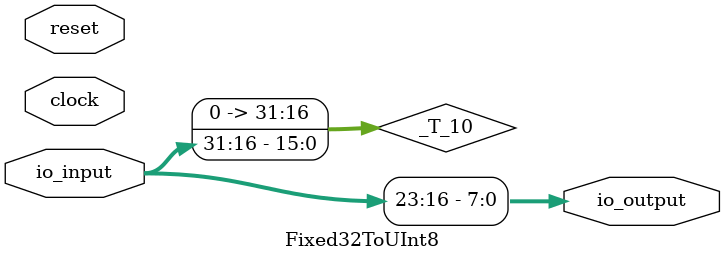
<source format=v>
module Fixed32ToUInt8( // @[:@3.2]
  input         clock, // @[:@4.4]
  input         reset, // @[:@5.4]
  input  [31:0] io_input, // @[:@6.4]
  output [7:0]  io_output // @[:@6.4]
);
  wire [31:0] _T_10; // @[Fixed32ToUInt8.scala 11:24:@8.4]
  assign _T_10 = io_input >> 5'h10; // @[Fixed32ToUInt8.scala 11:24:@8.4]
  assign io_output = _T_10[7:0]; // @[Fixed32ToUInt8.scala 11:13:@9.4]
endmodule

</source>
